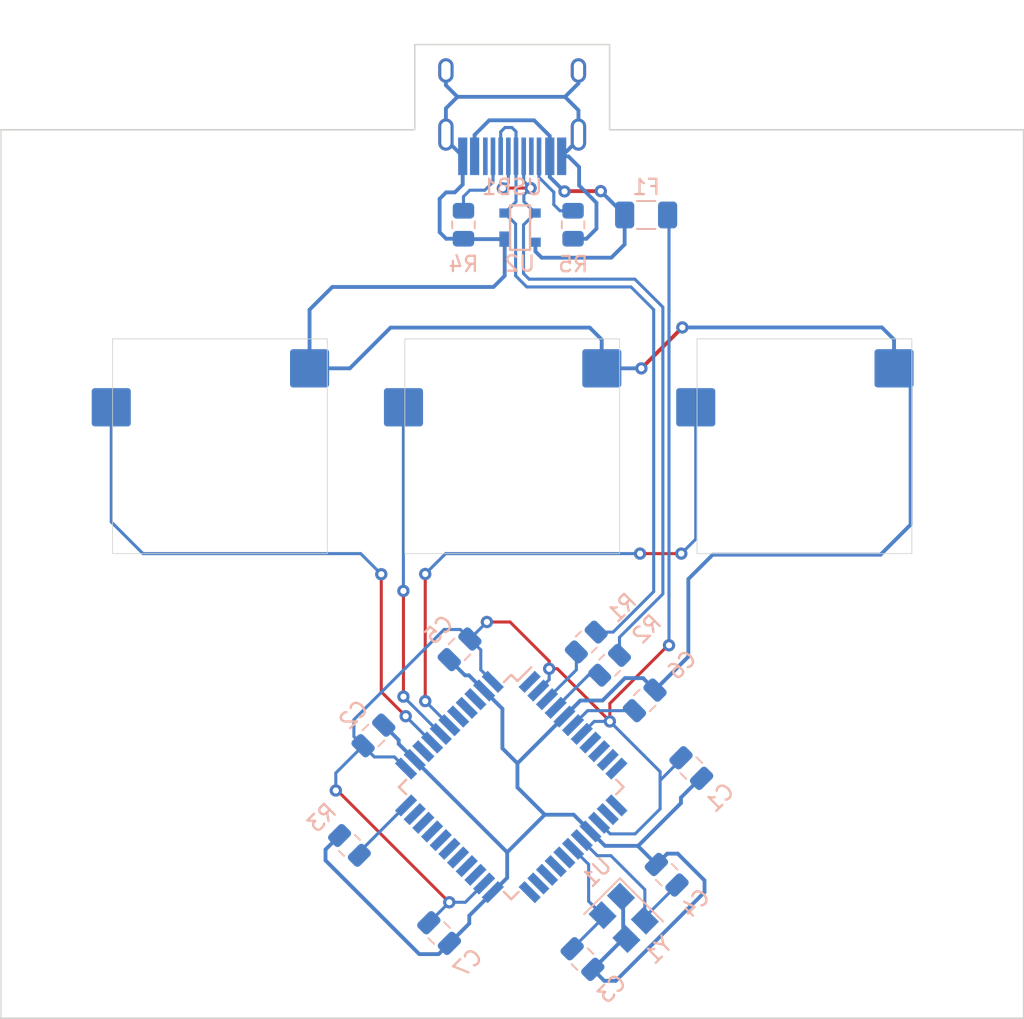
<source format=kicad_pcb>
(kicad_pcb (version 20211014) (generator pcbnew)
  (layers (0 "F.Cu" signal) (31 "B.Cu" signal) (34 "B.Paste" user) (35 "F.Paste" user) (36 "B.SilkS" user "B.Silkscreen") (37 "F.SilkS" user "F.Silkscreen") (38 "B.Mask" user) (39 "F.Mask" user) (44 "Edge.Cuts" user))
  (net 0 "")
  (net 1 "GND")
  (net 2 "+5V")
  (net 3 "Net-(C6-Pad2)")
  (net 5 "VCC")
  (net 6 "COL0")
  (net 7 "COL1")
  (net 8 "COL2")
  (net 9 "D-")
  (net 10 "Net-(R1-Pad2)")
  (net 16 "Net-(R2-Pad1)")
  (net 17 "D+")
  (net 18 "Net-(R3-Pad1)")
  (net 19 "Net-(R5-Pad2)")
  (net 25 "Net-(R4-Pad2)")
  (net 35 "Net-(C3-Pad2)")
  (net 36 "Net-(C4-Pad2)")
  (footprint "MX_Hotswap:MX-Hotswap-1U" (layer "F.Cu") (at 134.9375 80.16875)
    (fp_text reference "SW2")
    (fp_text value "SW_Push")
    (pad "" np_thru_hole circle (at 2.54 -5.08) (size 3 3) (drill 3) (layers F&B.Cu *.Mask))
    (pad "" np_thru_hole circle (at -3.81 -2.54) (size 3 3) (drill 3) (layers F&B.Cu *.Mask))
    (pad "" np_thru_hole circle (at 0 0) (size 3.9878 3.9878) (drill 3.9878) (layers F&B.Cu *.Mask))
    (pad "" np_thru_hole circle (at 5.08 0 48.099) (size 1.7018 1.7018) (drill 1.7018) (layers F&B.Cu *.Mask))
    (pad "" np_thru_hole circle (at -5.08 0 48.099) (size 1.7018 1.7018) (drill 1.7018) (layers F&B.Cu *.Mask))
    (pad "1" smd roundrect (at -7.085 -2.54) (size 2.55 2.5) (layers "B.Cu" "B.Paste" "B.Mask") (roundrect_rratio 0.08) (net 7 "COL1"))
    (pad "2" smd roundrect (at 5.842 -5.08) (size 2.55 2.5) (layers "B.Cu" "B.Paste" "B.Mask") (roundrect_rratio 0.08) (net 1 "GND"))
  )
  (footprint "MX_Hotswap:MX-Hotswap-1U" (layer "F.Cu") (at 115.8875 80.16875)
    (fp_text reference "SW1")
    (fp_text value "SW_Push")
    (pad "" np_thru_hole circle (at -3.81 -2.54) (size 3 3) (drill 3) (layers F&B.Cu *.Mask))
    (pad "" np_thru_hole circle (at 2.54 -5.08) (size 3 3) (drill 3) (layers F&B.Cu *.Mask))
    (pad "" np_thru_hole circle (at 0 0) (size 3.9878 3.9878) (drill 3.9878) (layers F&B.Cu *.Mask))
    (pad "" np_thru_hole circle (at 5.08 0 48.099) (size 1.7018 1.7018) (drill 1.7018) (layers F&B.Cu *.Mask))
    (pad "" np_thru_hole circle (at -5.08 0 48.099) (size 1.7018 1.7018) (drill 1.7018) (layers F&B.Cu *.Mask))
    (pad "1" smd roundrect (at -7.085 -2.54) (size 2.55 2.5) (layers "B.Cu" "B.Paste" "B.Mask") (roundrect_rratio 0.08) (net 6 "COL0"))
    (pad "2" smd roundrect (at 5.842 -5.08) (size 2.55 2.5) (layers "B.Cu" "B.Paste" "B.Mask") (roundrect_rratio 0.08) (net 1 "GND"))
  )
  (footprint "MX_Hotswap:MX-Hotswap-1U" (layer "F.Cu") (at 153.9875 80.16875)
    (fp_text reference "SW3")
    (fp_text value "SW_Push")
    (pad "" np_thru_hole circle (at 2.54 -5.08) (size 3 3) (drill 3) (layers F&B.Cu *.Mask))
    (pad "" np_thru_hole circle (at -5.08 0 48.099) (size 1.7018 1.7018) (drill 1.7018) (layers F&B.Cu *.Mask))
    (pad "" np_thru_hole circle (at 5.08 0 48.099) (size 1.7018 1.7018) (drill 1.7018) (layers F&B.Cu *.Mask))
    (pad "" np_thru_hole circle (at -3.81 -2.54) (size 3 3) (drill 3) (layers F&B.Cu *.Mask))
    (pad "" np_thru_hole circle (at 0 0) (size 3.9878 3.9878) (drill 3.9878) (layers F&B.Cu *.Mask))
    (pad "1" smd roundrect (at -7.085 -2.54) (size 2.55 2.5) (layers "B.Cu" "B.Paste" "B.Mask") (roundrect_rratio 0.08) (net 8 "COL2"))
    (pad "2" smd roundrect (at 5.842 -5.08) (size 2.55 2.5) (layers "B.Cu" "B.Paste" "B.Mask") (roundrect_rratio 0.08) (net 1 "GND"))
  )
  (footprint "Capacitor_SMD:C_0805_2012Metric" (layer "B.Cu") (at 143.576758 96.745508 -135)
    (fp_text reference "C6" (at -3.356106 -0.085018 45) (layer "B.SilkS") (effects (justify mirror)))
    (fp_text value "1uF")
    (fp_line (start -0.261252 -0.735) (end 0.261252 -0.735) (layer "B.SilkS") (width 0.12))
    (fp_line (start -0.261252 0.735) (end 0.261252 0.735) (layer "B.SilkS") (width 0.12))
    (pad "1" smd roundrect (at -0.95 0 225) (size 1 1.45) (layers "B.Cu" "B.Paste" "B.Mask") (net 1 "GND"))
    (pad "2" smd roundrect (at 0.95 0 225) (size 1 1.45) (layers "B.Cu" "B.Paste" "B.Mask") (net 3 "Net-(C6-Pad2)"))
  )
  (footprint "Type-C:HRO-TYPE-C-31-M-12-HandSoldering" (layer "B.Cu") (at 134.9375 53.065)
    (fp_text reference "USB1" (at 0 10.2 180) (layer "B.SilkS") (effects (justify mirror)))
    (fp_text value "HRO-TYPE-C-31-M-12")
    (pad "" np_thru_hole circle locked (at -2.89 6.25) (size 0.65 0.65) (drill 0.65) (layers *.Cu *.Mask))
    (pad "" np_thru_hole circle locked (at 2.89 6.25) (size 0.65 0.65) (drill 0.65) (layers *.Cu *.Mask))
    (pad "1" smd rect locked (at -3.225 8.195) (size 0.6 2.45) (layers "B.Cu" "B.Paste" "B.Mask") (net 1 "GND"))
    (pad "2" smd rect locked (at -2.45 8.195) (size 0.6 2.45) (layers "B.Cu" "B.Paste" "B.Mask") (net 5 "VCC"))
    (pad "3" smd rect locked (at -1.75 8.195) (size 0.3 2.45) (layers "B.Cu" "B.Paste" "B.Mask"))
    (pad "4" smd rect locked (at -1.25 8.195) (size 0.3 2.45) (layers "B.Cu" "B.Paste" "B.Mask") (net 25 "Net-(R4-Pad2)"))
    (pad "5" smd rect locked (at -0.75 8.195) (size 0.3 2.45) (layers "B.Cu" "B.Paste" "B.Mask") (net 9 "D-"))
    (pad "6" smd rect locked (at -0.25 8.195) (size 0.3 2.45) (layers "B.Cu" "B.Paste" "B.Mask") (net 17 "D+"))
    (pad "7" smd rect locked (at 0.25 8.195) (size 0.3 2.45) (layers "B.Cu" "B.Paste" "B.Mask") (net 9 "D-"))
    (pad "8" smd rect locked (at 0.75 8.195) (size 0.3 2.45) (layers "B.Cu" "B.Paste" "B.Mask") (net 17 "D+"))
    (pad "9" smd rect locked (at 1.25 8.195) (size 0.3 2.45) (layers "B.Cu" "B.Paste" "B.Mask"))
    (pad "10" smd rect locked (at 1.75 8.195) (size 0.3 2.45) (layers "B.Cu" "B.Paste" "B.Mask") (net 19 "Net-(R5-Pad2)"))
    (pad "11" smd rect locked (at 2.45 8.195) (size 0.6 2.45) (layers "B.Cu" "B.Paste" "B.Mask") (net 5 "VCC"))
    (pad "12" smd rect locked (at 3.225 8.195) (size 0.6 2.45) (layers "B.Cu" "B.Paste" "B.Mask") (net 1 "GND"))
    (pad "13" thru_hole oval locked (at -4.32 2.6) (size 1 1.6) (drill oval 0.6 1.2) (layers *.Cu "F.Mask") (net 1 "GND"))
    (pad "13" thru_hole oval locked (at -4.32 6.78) (size 1 2.1) (drill oval 0.6 1.7) (layers *.Cu "F.Mask") (net 1 "GND"))
    (pad "13" thru_hole oval locked (at 4.32 6.78) (size 1 2.1) (drill oval 0.6 1.7) (layers *.Cu "F.Mask") (net 1 "GND"))
    (pad "13" thru_hole oval locked (at 4.32 2.6) (size 1 1.6) (drill oval 0.6 1.2) (layers *.Cu "F.Mask") (net 1 "GND"))
  )
  (footprint "random-keyboard-parts:SOT143B" (layer "B.Cu") (at 135.45 65.9125)
    (fp_text reference "U2" (at -0.0175 2.35125) (layer "B.SilkS") (effects (justify mirror)))
    (fp_text value "PRTR5V0U2X")
    (fp_line (start -0.65 1.45) (end -0.65 -1.45) (layer "B.SilkS") (width 0.15))
    (fp_line (start 0.65 1.45) (end -0.65 1.45) (layer "B.SilkS") (width 0.15))
    (fp_line (start -0.65 -1.45) (end 0.65 -1.45) (layer "B.SilkS") (width 0.15))
    (fp_line (start 0.65 1.45) (end 0.65 -1.45) (layer "B.SilkS") (width 0.15))
    (pad "1" smd rect locked (at -1 0.75 90) (size 1 0.7) (layers "B.Cu" "B.Paste" "B.Mask") (net 1 "GND"))
    (pad "2" smd rect locked (at -1 -0.95 90) (size 0.6 0.7) (layers "B.Cu" "B.Paste" "B.Mask") (net 9 "D-"))
    (pad "3" smd rect locked (at 1 -0.95 90) (size 0.6 0.7) (layers "B.Cu" "B.Paste" "B.Mask") (net 17 "D+"))
    (pad "4" smd rect locked (at 1 0.95 90) (size 0.6 0.7) (layers "B.Cu" "B.Paste" "B.Mask") (net 5 "VCC"))
  )
  (footprint "Resistor_SMD:R_0805_2012Metric" (layer "B.Cu") (at 124.331011 106.203287 135)
    (fp_text reference "R3" (at 2.546856 -0.000158 225) (layer "B.SilkS") (effects (justify mirror)))
    (fp_text value "10k")
    (fp_line (start -0.227064 -0.735) (end 0.227064 -0.735) (layer "B.SilkS") (width 0.12))
    (fp_line (start -0.227064 0.735) (end 0.227064 0.735) (layer "B.SilkS") (width 0.12))
    (pad "1" smd roundrect (at -0.9125 0 135) (size 1.025 1.4) (layers "B.Cu" "B.Paste" "B.Mask") (roundrect_rratio 0.243902439) (net 18 "Net-(R3-Pad1)"))
    (pad "2" smd roundrect (at 0.9125 0 135) (size 1.025 1.4) (layers "B.Cu" "B.Paste" "B.Mask") (roundrect_rratio 0.243902439) (net 1 "GND"))
  )
  (footprint "Resistor_SMD:R_0805_2012Metric" (layer "B.Cu") (at 131.7625 65.725 90)
    (fp_text reference "R4" (at -2.5675 0.00125 180) (layer "B.SilkS") (effects (justify mirror)))
    (fp_text value "5.1k")
    (fp_line (start -0.227064 -0.735) (end 0.227064 -0.735) (layer "B.SilkS") (width 0.12))
    (fp_line (start -0.227064 0.735) (end 0.227064 0.735) (layer "B.SilkS") (width 0.12))
    (pad "1" smd roundrect (at -0.9125 0 90) (size 1.025 1.4) (layers "B.Cu" "B.Paste" "B.Mask") (roundrect_rratio 0.243902439) (net 1 "GND"))
    (pad "2" smd roundrect (at 0.9125 0 90) (size 1.025 1.4) (layers "B.Cu" "B.Paste" "B.Mask") (roundrect_rratio 0.243902439) (net 25 "Net-(R4-Pad2)"))
  )
  (footprint "Fuse:Fuse_1206_3216Metric" (layer "B.Cu") (at 143.66875 65.0875 180)
    (fp_text reference "F1" (at 0 1.82) (layer "B.SilkS") (effects (justify mirror)))
    (fp_text value "500mA")
    (fp_line (start -0.602064 -0.91) (end 0.602064 -0.91) (layer "B.SilkS") (width 0.12))
    (fp_line (start -0.602064 0.91) (end 0.602064 0.91) (layer "B.SilkS") (width 0.12))
    (pad "1" smd roundrect (at -1.4 0 180) (size 1.25 1.75) (layers "B.Cu" "B.Paste" "B.Mask") (roundrect_rratio 0.2) (net 2 "+5V"))
    (pad "2" smd roundrect (at 1.4 0 180) (size 1.25 1.75) (layers "B.Cu" "B.Paste" "B.Mask") (roundrect_rratio 0.2) (net 5 "VCC"))
  )
  (footprint "Capacitor_SMD:C_0805_2012Metric" (layer "B.Cu") (at 139.520549 113.61465 135)
    (fp_text reference "C3" (at -2.727524 -0.01301 225) (layer "B.SilkS") (effects (justify mirror)))
    (fp_text value "22pF")
    (fp_line (start -0.261252 0.735) (end 0.261252 0.735) (layer "B.SilkS") (width 0.12))
    (fp_line (start -0.261252 -0.735) (end 0.261252 -0.735) (layer "B.SilkS") (width 0.12))
    (pad "1" smd roundrect (at -0.95 0 135) (size 1 1.45) (layers "B.Cu" "B.Paste" "B.Mask") (net 1 "GND"))
    (pad "2" smd roundrect (at 0.95 0 135) (size 1 1.45) (layers "B.Cu" "B.Paste" "B.Mask") (net 35 "Net-(C3-Pad2)"))
  )
  (footprint "Resistor_SMD:R_0805_2012Metric" (layer "B.Cu") (at 138.90625 65.725 90)
    (fp_text reference "R5" (at -2.5775 0.01375 180) (layer "B.SilkS") (effects (justify mirror)))
    (fp_text value "5.1k")
    (fp_line (start -0.227064 0.735) (end 0.227064 0.735) (layer "B.SilkS") (width 0.12))
    (fp_line (start -0.227064 -0.735) (end 0.227064 -0.735) (layer "B.SilkS") (width 0.12))
    (pad "1" smd roundrect (at -0.9125 0 90) (size 1.025 1.4) (layers "B.Cu" "B.Paste" "B.Mask") (roundrect_rratio 0.243902439) (net 1 "GND"))
    (pad "2" smd roundrect (at 0.9125 0 90) (size 1.025 1.4) (layers "B.Cu" "B.Paste" "B.Mask") (roundrect_rratio 0.243902439) (net 19 "Net-(R5-Pad2)"))
  )
  (footprint "Resistor_SMD:R_0805_2012Metric" (layer "B.Cu") (at 141.2875 94.45625 45)
    (fp_text reference "R2" (at 3.38439 0.041543 45) (layer "B.SilkS") (effects (justify mirror)))
    (fp_text value "22")
    (fp_line (start -0.227064 -0.735) (end 0.227064 -0.735) (layer "B.SilkS") (width 0.12))
    (fp_line (start -0.227064 0.735) (end 0.227064 0.735) (layer "B.SilkS") (width 0.12))
    (pad "1" smd roundrect (at -0.9125 0 45) (size 1.025 1.4) (layers "B.Cu" "B.Paste" "B.Mask") (roundrect_rratio 0.243902439) (net 16 "Net-(R2-Pad1)"))
    (pad "2" smd roundrect (at 0.9125 0 45) (size 1.025 1.4) (layers "B.Cu" "B.Paste" "B.Mask") (roundrect_rratio 0.243902439) (net 17 "D+"))
  )
  (footprint "Package_QFP:TQFP-44_10x10mm_P0.8mm" (layer "B.Cu") (at 134.875741 102.39375 -135)
    (fp_text reference "U1" (at -0.010967 -7.872226 -135) (layer "B.SilkS") (effects (justify mirror)))
    (fp_text value "ATmega32U4-A")
    (fp_line (start -5.175 5.175) (end -4.5 5.175) (layer "B.SilkS") (width 0.15))
    (fp_line (start -5.175 -5.175) (end -5.175 -4.5) (layer "B.SilkS") (width 0.15))
    (fp_line (start -5.175 4.6) (end -6.45 4.6) (layer "B.SilkS") (width 0.15))
    (fp_line (start -5.175 -5.175) (end -4.5 -5.175) (layer "B.SilkS") (width 0.15))
    (fp_line (start 5.175 5.175) (end 4.5 5.175) (layer "B.SilkS") (width 0.15))
    (fp_line (start 5.175 -5.175) (end 5.175 -4.5) (layer "B.SilkS") (width 0.15))
    (fp_line (start 5.175 -5.175) (end 4.5 -5.175) (layer "B.SilkS") (width 0.15))
    (fp_line (start -5.175 5.175) (end -5.175 4.6) (layer "B.SilkS") (width 0.15))
    (fp_line (start 5.175 5.175) (end 5.175 4.5) (layer "B.SilkS") (width 0.15))
    (pad "1" smd rect (at -5.7 4 225) (size 1.5 0.55) (layers "B.Cu" "B.Paste" "B.Mask"))
    (pad "2" smd rect (at -5.7 3.2 225) (size 1.5 0.55) (layers "B.Cu" "B.Paste" "B.Mask") (net 2 "+5V"))
    (pad "3" smd rect (at -5.7 2.4 225) (size 1.5 0.55) (layers "B.Cu" "B.Paste" "B.Mask") (net 10 "Net-(R1-Pad2)"))
    (pad "4" smd rect (at -5.7 1.6 225) (size 1.5 0.55) (layers "B.Cu" "B.Paste" "B.Mask") (net 16 "Net-(R2-Pad1)"))
    (pad "5" smd rect (at -5.7 0.8 225) (size 1.5 0.55) (layers "B.Cu" "B.Paste" "B.Mask") (net 1 "GND"))
    (pad "6" smd rect (at -5.7 0 225) (size 1.5 0.55) (layers "B.Cu" "B.Paste" "B.Mask") (net 3 "Net-(C6-Pad2)"))
    (pad "7" smd rect (at -5.7 -0.8 225) (size 1.5 0.55) (layers "B.Cu" "B.Paste" "B.Mask") (net 2 "+5V"))
    (pad "8" smd rect (at -5.7 -1.6 225) (size 1.5 0.55) (layers "B.Cu" "B.Paste" "B.Mask"))
    (pad "9" smd rect (at -5.7 -2.4 225) (size 1.5 0.55) (layers "B.Cu" "B.Paste" "B.Mask"))
    (pad "10" smd rect (at -5.7 -3.2 225) (size 1.5 0.55) (layers "B.Cu" "B.Paste" "B.Mask"))
    (pad "11" smd rect (at -5.7 -4 225) (size 1.5 0.55) (layers "B.Cu" "B.Paste" "B.Mask"))
    (pad "12" smd rect (at -4 -5.7 135) (size 1.5 0.55) (layers "B.Cu" "B.Paste" "B.Mask"))
    (pad "13" smd rect (at -3.2 -5.7 135) (size 1.5 0.55) (layers "B.Cu" "B.Paste" "B.Mask"))
    (pad "14" smd rect (at -2.4 -5.7 135) (size 1.5 0.55) (layers "B.Cu" "B.Paste" "B.Mask") (net 2 "+5V"))
    (pad "15" smd rect (at -1.6 -5.7 135) (size 1.5 0.55) (layers "B.Cu" "B.Paste" "B.Mask") (net 1 "GND"))
    (pad "16" smd rect (at -0.8 -5.7 135) (size 1.5 0.55) (layers "B.Cu" "B.Paste" "B.Mask") (net 36 "Net-(C4-Pad2)"))
    (pad "17" smd rect (at 0 -5.7 135) (size 1.5 0.55) (layers "B.Cu" "B.Paste" "B.Mask") (net 35 "Net-(C3-Pad2)"))
    (pad "18" smd rect (at 0.8 -5.7 135) (size 1.5 0.55) (layers "B.Cu" "B.Paste" "B.Mask"))
    (pad "19" smd rect (at 1.6 -5.7 135) (size 1.5 0.55) (layers "B.Cu" "B.Paste" "B.Mask"))
    (pad "20" smd rect (at 2.4 -5.7 135) (size 1.5 0.55) (layers "B.Cu" "B.Paste" "B.Mask"))
    (pad "21" smd rect (at 3.2 -5.7 135) (size 1.5 0.55) (layers "B.Cu" "B.Paste" "B.Mask"))
    (pad "22" smd rect (at 4 -5.7 135) (size 1.5 0.55) (layers "B.Cu" "B.Paste" "B.Mask"))
    (pad "23" smd rect (at 5.7 -4 225) (size 1.5 0.55) (layers "B.Cu" "B.Paste" "B.Mask") (net 1 "GND"))
    (pad "24" smd rect (at 5.7 -3.2 225) (size 1.5 0.55) (layers "B.Cu" "B.Paste" "B.Mask") (net 2 "+5V"))
    (pad "25" smd rect (at 5.7 -2.4 225) (size 1.5 0.55) (layers "B.Cu" "B.Paste" "B.Mask"))
    (pad "26" smd rect (at 5.7 -1.6 225) (size 1.5 0.55) (layers "B.Cu" "B.Paste" "B.Mask"))
    (pad "27" smd rect (at 5.7 -0.8 225) (size 1.5 0.55) (layers "B.Cu" "B.Paste" "B.Mask"))
    (pad "28" smd rect (at 5.7 0 225) (size 1.5 0.55) (layers "B.Cu" "B.Paste" "B.Mask"))
    (pad "29" smd rect (at 5.7 0.8 225) (size 1.5 0.55) (layers "B.Cu" "B.Paste" "B.Mask"))
    (pad "30" smd rect (at 5.7 1.6 225) (size 1.5 0.55) (layers "B.Cu" "B.Paste" "B.Mask"))
    (pad "31" smd rect (at 5.7 2.4 225) (size 1.5 0.55) (layers "B.Cu" "B.Paste" "B.Mask"))
    (pad "32" smd rect (at 5.7 3.2 225) (size 1.5 0.55) (layers "B.Cu" "B.Paste" "B.Mask"))
    (pad "33" smd rect (at 5.7 4 225) (size 1.5 0.55) (layers "B.Cu" "B.Paste" "B.Mask") (net 18 "Net-(R3-Pad1)"))
    (pad "34" smd rect (at 4 5.7 135) (size 1.5 0.55) (layers "B.Cu" "B.Paste" "B.Mask") (net 2 "+5V"))
    (pad "35" smd rect (at 3.2 5.7 135) (size 1.5 0.55) (layers "B.Cu" "B.Paste" "B.Mask") (net 1 "GND"))
    (pad "36" smd rect (at 2.4 5.7 135) (size 1.5 0.55) (layers "B.Cu" "B.Paste" "B.Mask"))
    (pad "37" smd rect (at 1.6 5.7 135) (size 1.5 0.55) (layers "B.Cu" "B.Paste" "B.Mask") (net 6 "COL0"))
    (pad "38" smd rect (at 0.8 5.7 135) (size 1.5 0.55) (layers "B.Cu" "B.Paste" "B.Mask") (net 7 "COL1"))
    (pad "39" smd rect (at 0 5.7 135) (size 1.5 0.55) (layers "B.Cu" "B.Paste" "B.Mask") (net 8 "COL2"))
    (pad "40" smd rect (at -0.8 5.7 135) (size 1.5 0.55) (layers "B.Cu" "B.Paste" "B.Mask"))
    (pad "41" smd rect (at -1.6 5.7 135) (size 1.5 0.55) (layers "B.Cu" "B.Paste" "B.Mask"))
    (pad "42" smd rect (at -2.4 5.7 135) (size 1.5 0.55) (layers "B.Cu" "B.Paste" "B.Mask"))
    (pad "43" smd rect (at -3.2 5.7 135) (size 1.5 0.55) (layers "B.Cu" "B.Paste" "B.Mask") (net 1 "GND"))
    (pad "44" smd rect (at -4 5.7 135) (size 1.5 0.55) (layers "B.Cu" "B.Paste" "B.Mask") (net 2 "+5V"))
  )
  (footprint "Resistor_SMD:R_0805_2012Metric" (layer "B.Cu") (at 139.76722 92.93597 -135)
    (fp_text reference "R1" (at -3.221755 -0.063152 45) (layer "B.SilkS") (effects (justify mirror)))
    (fp_text value "22")
    (fp_line (start -0.227064 -0.735) (end 0.227064 -0.735) (layer "B.SilkS") (width 0.12))
    (fp_line (start -0.227064 0.735) (end 0.227064 0.735) (layer "B.SilkS") (width 0.12))
    (pad "1" smd roundrect (at -0.9125 0 225) (size 1.025 1.4) (layers "B.Cu" "B.Paste" "B.Mask") (roundrect_rratio 0.243902439) (net 9 "D-"))
    (pad "2" smd roundrect (at 0.9125 0 225) (size 1.025 1.4) (layers "B.Cu" "B.Paste" "B.Mask") (roundrect_rratio 0.243902439) (net 10 "Net-(R1-Pad2)"))
  )
  (footprint "Capacitor_SMD:C_0805_2012Metric" (layer "B.Cu") (at 125.891066 99.030573 45)
    (fp_text reference "C2" (at 0.047381 -1.859082 45) (layer "B.SilkS") (effects (justify mirror)))
    (fp_text value "0.1uF")
    (fp_line (start -0.261252 -0.735) (end 0.261252 -0.735) (layer "B.SilkS") (width 0.12))
    (fp_line (start -0.261252 0.735) (end 0.261252 0.735) (layer "B.SilkS") (width 0.12))
    (pad "1" smd roundrect (at -0.95 0 45) (size 1 1.45) (layers "B.Cu" "B.Paste" "B.Mask") (net 2 "+5V"))
    (pad "2" smd roundrect (at 0.95 0 45) (size 1 1.45) (layers "B.Cu" "B.Paste" "B.Mask") (net 1 "GND"))
  )
  (footprint "Capacitor_SMD:C_0805_2012Metric" (layer "B.Cu") (at 130.175 111.91875 -45)
    (fp_text reference "C7" (at 2.721477 0.055685 -135) (layer "B.SilkS") (effects (justify mirror)))
    (fp_text value "10uF")
    (fp_line (start -0.261252 -0.735) (end 0.261252 -0.735) (layer "B.SilkS") (width 0.12))
    (fp_line (start -0.261252 0.735) (end 0.261252 0.735) (layer "B.SilkS") (width 0.12))
    (pad "1" smd roundrect (at -0.95 0 315) (size 1 1.45) (layers "B.Cu" "B.Paste" "B.Mask") (net 2 "+5V"))
    (pad "2" smd roundrect (at 0.95 0 315) (size 1 1.45) (layers "B.Cu" "B.Paste" "B.Mask") (net 1 "GND"))
  )
  (footprint "Capacitor_SMD:C_0805_2012Metric" (layer "B.Cu") (at 131.508145 93.413494 -135)
    (fp_text reference "C5" (at 0.054554 1.852011 45) (layer "B.SilkS") (effects (justify mirror)))
    (fp_text value "0.1uF")
    (fp_line (start -0.261252 0.735) (end 0.261252 0.735) (layer "B.SilkS") (width 0.12))
    (fp_line (start -0.261252 -0.735) (end 0.261252 -0.735) (layer "B.SilkS") (width 0.12))
    (pad "1" smd roundrect (at -0.95 0 225) (size 1 1.45) (layers "B.Cu" "B.Paste" "B.Mask") (net 2 "+5V"))
    (pad "2" smd roundrect (at 0.95 0 225) (size 1 1.45) (layers "B.Cu" "B.Paste" "B.Mask") (net 1 "GND"))
  )
  (footprint "Capacitor_SMD:C_0805_2012Metric" (layer "B.Cu") (at 145.009465 108.116895 -45)
    (fp_text reference "C4" (at 2.64185 -0.017628 45) (layer "B.SilkS") (effects (justify mirror)))
    (fp_text value "22pF")
    (fp_line (start -0.261252 0.735) (end 0.261252 0.735) (layer "B.SilkS") (width 0.12))
    (fp_line (start -0.261252 -0.735) (end 0.261252 -0.735) (layer "B.SilkS") (width 0.12))
    (pad "1" smd roundrect (at -0.95 0 315) (size 1 1.45) (layers "B.Cu" "B.Paste" "B.Mask") (net 1 "GND"))
    (pad "2" smd roundrect (at 0.95 0 315) (size 1 1.45) (layers "B.Cu" "B.Paste" "B.Mask") (net 36 "Net-(C4-Pad2)"))
  )
  (footprint "Crystal:Crystal_SMD_3225-4Pin_3.2x2.5mm" (layer "B.Cu") (at 142.207555 110.927645 -45)
    (fp_text reference "Y1" (at 3.095219 -0.118504 45) (layer "B.SilkS") (effects (justify mirror)))
    (fp_text value "16Mhz")
    (fp_line (start -2 1.65) (end -2 -1.65) (layer "B.SilkS") (width 0.12))
    (fp_line (start -2 -1.65) (end 2 -1.65) (layer "B.SilkS") (width 0.12))
    (pad "1" smd rect (at -1.1 -0.85 315) (size 1.4 1.2) (layers "B.Cu" "B.Paste" "B.Mask") (net 1 "GND"))
    (pad "2" smd rect (at 1.1 -0.85 315) (size 1.4 1.2) (layers "B.Cu" "B.Paste" "B.Mask") (net 36 "Net-(C4-Pad2)"))
    (pad "3" smd rect (at 1.1 0.85 315) (size 1.4 1.2) (layers "B.Cu" "B.Paste" "B.Mask") (net 1 "GND"))
    (pad "4" smd rect (at -1.1 0.85 315) (size 1.4 1.2) (layers "B.Cu" "B.Paste" "B.Mask") (net 35 "Net-(C3-Pad2)"))
  )
  (footprint "Capacitor_SMD:C_0805_2012Metric" (layer "B.Cu") (at 146.613941 101.158058 -45)
    (fp_text reference "C1" (at 2.671804 0.044194 45) (layer "B.SilkS") (effects (justify mirror)))
    (fp_text value "0.1uF")
    (fp_line (start -0.261252 0.735) (end 0.261252 0.735) (layer "B.SilkS") (width 0.12))
    (fp_line (start -0.261252 -0.735) (end 0.261252 -0.735) (layer "B.SilkS") (width 0.12))
    (pad "1" smd roundrect (at -0.95 0 315) (size 1 1.45) (layers "B.Cu" "B.Paste" "B.Mask") (net 2 "+5V"))
    (pad "2" smd roundrect (at 0.95 0 315) (size 1 1.45) (layers "B.Cu" "B.Paste" "B.Mask") (net 1 "GND"))
  )
  (gr_line (start 101.6 59.53125) (end 101.6 117.475) (layer "Edge.Cuts") (width 0.1))
  (gr_line (start 146.9875 73.16875) (end 146.9875 87.16875) (layer "Edge.Cuts") (width 0.05))
  (gr_line (start 101.6 117.475) (end 168.275 117.475) (layer "Edge.Cuts") (width 0.1))
  (gr_line (start 101.6 59.53125) (end 128.5875 59.53125) (layer "Edge.Cuts") (width 0.1))
  (gr_line (start 141.9375 87.16875) (end 127.9375 87.16875) (layer "Edge.Cuts") (width 0.05))
  (gr_line (start 160.9875 73.16875) (end 160.9875 87.16875) (layer "Edge.Cuts") (width 0.05))
  (gr_line (start 122.8875 87.16875) (end 108.8875 87.16875) (layer "Edge.Cuts") (width 0.05))
  (gr_line (start 108.8875 87.16875) (end 108.8875 73.16875) (layer "Edge.Cuts") (width 0.05))
  (gr_line (start 108.8875 73.16875) (end 122.8875 73.16875) (layer "Edge.Cuts") (width 0.05))
  (gr_line (start 122.8875 73.16875) (end 122.8875 87.16875) (layer "Edge.Cuts") (width 0.05))
  (gr_line (start 160.9875 73.16875) (end 146.9875 73.16875) (layer "Edge.Cuts") (width 0.05))
  (gr_line (start 128.5875 59.53125) (end 128.5875 53.975) (layer "Edge.Cuts") (width 0.1))
  (gr_line (start 141.9375 73.16875) (end 141.9375 87.16875) (layer "Edge.Cuts") (width 0.05))
  (gr_line (start 168.275 59.53125) (end 141.2875 59.53125) (layer "Edge.Cuts") (width 0.1))
  (gr_line (start 160.9875 87.16875) (end 146.9875 87.16875) (layer "Edge.Cuts") (width 0.05))
  (gr_line (start 168.275 59.53125) (end 168.275 117.475) (layer "Edge.Cuts") (width 0.1))
  (gr_line (start 127.9375 73.16875) (end 127.9375 87.16875) (layer "Edge.Cuts") (width 0.05))
  (gr_line (start 141.2875 53.975) (end 128.5875 53.975) (layer "Edge.Cuts") (width 0.1))
  (gr_line (start 141.9375 73.16875) (end 127.9375 73.16875) (layer "Edge.Cuts") (width 0.05))
  (gr_line (start 141.2875 59.53125) (end 141.2875 53.975) (layer "Edge.Cuts") (width 0.1))
  (segment (start 146.03 72.4225) (end 143.36 75.0925) (width 0.25) (layer "F.Cu") (net 1))
  (via (at 143.36 75.0925) (size 0.8) (drill 0.4) (layers "F.Cu" "B.Cu") (net 1))
  (via (at 146.03 72.4225) (size 0.8) (drill 0.4) (layers "F.Cu" "B.Cu") (net 1))
  (segment (start 127.54 99.583492) (end 128.582491 100.625983) (width 0.25) (layer "B.Cu") (net 1))
  (segment (start 130.846751 112.590501) (end 132.14 111.297252) (width 0.25) (layer "B.Cu") (net 1))
  (segment (start 131.2 63.6125) (end 130.63 63.6125) (width 0.25) (layer "B.Cu") (net 1))
  (segment (start 135.28 102.421508) (end 135.28 100.8525) (width 0.25) (layer "B.Cu") (net 1))
  (segment (start 130.836394 94.085245) (end 131.863649 95.1125) (width 0.25) (layer "B.Cu") (net 1))
  (segment (start 126.562817 98.358822) (end 127.54 99.336005) (width 0.25) (layer "B.Cu") (net 1))
  (segment (start 143.36 75.0925) (end 143.35625 75.08875) (width 0.25) (layer "B.Cu") (net 1))
  (segment (start 143.15 106.2325) (end 145.94 103.4425) (width 0.25) (layer "B.Cu") (net 1))
  (segment (start 138.1625 60.94) (end 138.1625 61.26) (width 0.25) (layer "B.Cu") (net 1))
  (segment (start 141.691367 115.035935) (end 140.941834 115.035935) (width 0.25) (layer "B.Cu") (net 1))
  (segment (start 147.4755 109.251802) (end 141.691367 115.035935) (width 0.25) (layer "B.Cu") (net 1))
  (segment (start 130.6175 59.845) (end 130.6175 60.165) (width 0.25) (layer "B.Cu") (net 1))
  (segment (start 127.54 99.336005) (end 127.54 99.583492) (width 0.25) (layer "B.Cu") (net 1))
  (segment (start 121.7295 71.263) (end 121.7295 75.08875) (width 0.25) (layer "B.Cu") (net 1))
  (segment (start 140.829762 96.752738) (end 142.29 95.2925) (width 0.25) (layer "B.Cu") (net 1))
  (segment (start 144.248509 96.063991) (end 146.42 93.8925) (width 0.25) (layer "B.Cu") (net 1))
  (segment (start 124.34625 75.08875) (end 124.35 75.0925) (width 0.25) (layer "B.Cu") (net 1))
  (segment (start 132.14 111.297252) (end 132.14 110.786345) (width 0.25) (layer "B.Cu") (net 1))
  (segment (start 145.728947 106.741572) (end 147.4755 108.488126) (width 0.25) (layer "B.Cu") (net 1))
  (segment (start 139.775 66.6375) (end 138.90625 66.6375) (width 0.25) (layer "B.Cu") (net 1))
  (segment (start 135.28 100.8525) (end 134.3 99.8725) (width 0.25) (layer "B.Cu") (net 1))
  (segment (start 145.94 103.0825) (end 147.192691 101.829809) (width 0.25) (layer "B.Cu") (net 1))
  (segment (start 140.77325 73.21575) (end 140.77325 75.08875) (width 0.25) (layer "B.Cu") (net 1))
  (segment (start 142.384331 112.306503) (end 142.172199 112.094371) (width 0.25) (layer "B.Cu") (net 1))
  (segment (start 122.77 107.1825) (end 122.77 106.473828) (width 0.25) (layer "B.Cu") (net 1))
  (segment (start 132.119974 95.1125) (end 133.107974 96.1005) (width 0.25) (layer "B.Cu") (net 1))
  (segment (start 145.94 103.4425) (end 145.94 103.0825) (width 0.25) (layer "B.Cu") (net 1))
  (segment (start 130.21 64.0325) (end 130.21 66.2125) (width 0.25) (layer "B.Cu") (net 1))
  (segment (start 142.172199 112.306503) (end 142.384331 112.306503) (width 0.25) (layer "B.Cu") (net 1))
  (segment (start 134.45 69.0525) (end 133.72 69.7825) (width 0.25) (layer "B.Cu") (net 1))
  (segment (start 130.846751 112.590501) (end 130.144752 113.2925) (width 0.25) (layer "B.Cu") (net 1))
  (segment (start 138.947233 104.2025) (end 140.037621 105.292888) (width 0.25) (layer "B.Cu") (net 1))
  (segment (start 128.88 113.2925) (end 122.77 107.1825) (width 0.25) (layer "B.Cu") (net 1))
  (segment (start 145.041285 106.741572) (end 145.728947 106.741572) (width 0.25) (layer "B.Cu") (net 1))
  (segment (start 133.72 69.7825) (end 123.21 69.7825) (width 0.25) (layer "B.Cu") (net 1))
  (segment (start 142.030778 109.548786) (end 142.234071 109.548786) (width 0.25) (layer "B.Cu") (net 1))
  (segment (start 147.4755 108.488126) (end 147.4755 109.251802) (width 0.25) (layer "B.Cu") (net 1))
  (segment (start 134.45 66.6625) (end 134.45 69.0525) (width 0.25) (layer "B.Cu") (net 1))
  (segment (start 134.61 106.653492) (end 134.61 108.316345) (width 0.25) (layer "B.Cu") (net 1))
  (segment (start 139.385382 96.752738) (end 140.829762 96.752738) (width 0.25) (layer "B.Cu") (net 1))
  (segment (start 160.91 76.16925) (end 159.8295 75.08875) (width 0.25) (layer "B.Cu") (net 1))
  (segment (start 137.060992 104.2025) (end 138.947233 104.2025) (width 0.25) (layer "B.Cu") (net 1))
  (segment (start 131.7625 66.6375) (end 131.7875 66.6625) (width 0.25) (layer "B.Cu") (net 1))
  (segment (start 130.6175 56.63) (end 131.37 57.3825) (width 0.25) (layer "B.Cu") (net 1))
  (segment (start 134.3 97.292526) (end 133.107974 96.1005) (width 0.25) (layer "B.Cu") (net 1))
  (segment (start 158.95 87.2425) (end 160.91 85.2825) (width 0.25) (layer "B.Cu") (net 1))
  (segment (start 140.050388 105.292888) (end 140.99 106.2325) (width 0.25) (layer "B.Cu") (net 1))
  (segment (start 147.192691 101.829809) (end 147.285692 101.829809) (width 0.25) (layer "B.Cu") (net 1))
  (segment (start 130.6175 58.135) (end 130.6175 59.845) (width 0.25) (layer "B.Cu") (net 1))
  (segment (start 142.172199 109.690208) (end 142.030778 109.548786) (width 0.25) (layer "B.Cu") (net 1))
  (segment (start 130.63 63.6125) (end 130.21 64.0325) (width 0.25) (layer "B.Cu") (net 1))
  (segment (start 134.3 99.8725) (end 134.3 97.292526) (width 0.25) (layer "B.Cu") (net 1))
  (segment (start 132.14 110.786345) (end 133.673659 109.252686) (width 0.25) (layer "B.Cu") (net 1))
  (segment (start 139.2575 58.26) (end 138.38 57.3825) (width 0.25) (layer "B.Cu") (net 1))
  (segment (start 146.42 88.8325) (end 148.01 87.2425) (width 0.25) (layer "B.Cu") (net 1))
  (segment (start 160.91 85.2825) (end 160.91 76.16925) (width 0.25) (layer "B.Cu") (net 1))
  (segment (start 139.2575 59.845) (end 139.2575 58.26) (width 0.25) (layer "B.Cu") (net 1))
  (segment (start 139.2575 60.165) (end 138.1625 61.26) (width 0.25) (layer "B.Cu") (net 1))
  (segment (start 131.863649 95.1125) (end 132.119974 95.1125) (width 0.25) (layer "B.Cu") (net 1))
  (segment (start 128.582491 100.625983) (end 134.61 106.653492) (width 0.25) (layer "B.Cu") (net 1))
  (segment (start 144.337714 107.445144) (end 145.041285 106.741572) (width 0.25) (layer "B.Cu") (net 1))
  (segment (start 146.42 93.8925) (end 146.42 88.8325) (width 0.25) (layer "B.Cu") (net 1))
  (segment (start 139.3 61.9625) (end 139.3 63.1625) (width 0.25) (layer "B.Cu") (net 1))
  (segment (start 140.43 65.9825) (end 139.775 66.6375) (width 0.25) (layer "B.Cu") (net 1))
  (segment (start 138.1625 61.26) (end 138.5975 61.26) (width 0.25) (layer "B.Cu") (net 1))
  (segment (start 140.037621 105.292888) (end 140.050388 105.292888) (width 0.25) (layer "B.Cu") (net 1))
  (segment (start 143.35625 75.08875) (end 140.77325 75.08875) (width 0.25) (layer "B.Cu") (net 1))
  (segment (start 131.7125 63.1) (end 131.2 63.6125) (width 0.25) (layer "B.Cu") (net 1))
  (segment (start 137.060992 104.2025) (end 135.28 102.421508) (width 0.25) (layer "B.Cu") (net 1))
  (segment (start 130.6175 55.665) (end 130.6175 56.63) (width 0.25) (layer "B.Cu") (net 1))
  (segment (start 130.6175 60.165) (end 131.7125 61.26) (width 0.25) (layer "B.Cu") (net 1))
  (segment (start 134.61 106.653492) (end 137.060992 104.2025) (width 0.25) (layer "B.Cu") (net 1))
  (segment (start 140.941834 115.035935) (end 140.1923 114.286402) (width 0.25) (layer "B.Cu") (net 1))
  (segment (start 138.5975 61.26) (end 139.3 61.9625) (width 0.25) (layer "B.Cu") (net 1))
  (segment (start 140.43 64.2925) (end 140.43 65.9825) (width 0.25) (layer "B.Cu") (net 1))
  (segment (start 131.7875 66.6625) (end 134.45 66.6625) (width 0.25) (layer "B.Cu") (net 1))
  (segment (start 146.03 72.4225) (end 159.04 72.4225) (width 0.25) (layer "B.Cu") (net 1))
  (segment (start 139.2575 56.505) (end 138.38 57.3825) (width 0.25) (layer "B.Cu") (net 1))
  (segment (start 139.2575 55.665) (end 139.2575 56.505) (width 0.25) (layer "B.Cu") (net 1))
  (segment (start 159.8295 73.212) (end 159.8295 75.08875) (width 0.25) (layer "B.Cu") (net 1))
  (segment (start 127.01 72.4325) (end 139.99 72.4325) (width 0.25) (layer "B.Cu") (net 1))
  (segment (start 123.21 69.7825) (end 121.7295 71.263) (width 0.25) (layer "B.Cu") (net 1))
  (segment (start 159.04 72.4225) (end 159.8295 73.212) (width 0.25) (layer "B.Cu") (net 1))
  (segment (start 142.29 95.2925) (end 143.467253 95.2925) (width 0.25) (layer "B.Cu") (net 1))
  (segment (start 138.38 57.3825) (end 131.37 57.3825) (width 0.25) (layer "B.Cu") (net 1))
  (segment (start 139.2575 58.81) (end 139.2575 59.845) (width 0.25) (layer "B.Cu") (net 1))
  (segment (start 142.172199 112.094371) (end 142.172199 109.690208) (width 0.25) (layer "B.Cu") (net 1))
  (segment (start 134.61 108.316345) (end 133.673659 109.252686) (width 0.25) (layer "B.Cu") (net 1))
  (segment (start 138.340564 97.797556) (end 139.385382 96.752738) (width 0.25) (layer "B.Cu") (net 1))
  (segment (start 140.99 106.2325) (end 143.12507 106.2325) (width 0.25) (layer "B.Cu") (net 1))
  (segment (start 130.144752 113.2925) (end 128.88 113.2925) (width 0.25) (layer "B.Cu") (net 1))
  (segment (start 139.99 72.4325) (end 140.77325 73.21575) (width 0.25) (layer "B.Cu") (net 1))
  (segment (start 127.01 72.4325) (end 124.35 75.0925) (width 0.25) (layer "B.Cu") (net 1))
  (segment (start 131.37 57.3825) (end 130.6175 58.135) (width 0.25) (layer "B.Cu") (net 1))
  (segment (start 143.467253 95.2925) (end 144.248509 96.073756) (width 0.25) (layer "B.Cu") (net 1))
  (segment (start 138.334944 97.797556) (end 138.340564 97.797556) (width 0.25) (layer "B.Cu") (net 1))
  (segment (start 130.635 66.6375) (end 131.7625 66.6375) (width 0.25) (layer "B.Cu") (net 1))
  (segment (start 143.12507 106.2325) (end 144.337714 107.445144) (width 0.25) (layer "B.Cu") (net 1))
  (segment (start 144.248509 96.073757) (end 144.248509 96.063991) (width 0.25) (layer "B.Cu") (net 1))
  (segment (start 139.3 63.1625) (end 140.43 64.2925) (width 0.25) (layer "B.Cu") (net 1))
  (segment (start 131.7125 61.26) (end 131.7125 63.1) (width 0.25) (layer "B.Cu") (net 1))
  (segment (start 148.01 87.2425) (end 158.95 87.2425) (width 0.25) (layer "B.Cu") (net 1))
  (segment (start 135.28 100.8525) (end 138.334944 97.797556) (width 0.25) (layer "B.Cu") (net 1))
  (segment (start 121.7295 75.08875) (end 124.34625 75.08875) (width 0.25) (layer "B.Cu") (net 1))
  (segment (start 130.21 66.2125) (end 130.635 66.6375) (width 0.25) (layer "B.Cu") (net 1))
  (segment (start 122.77 106.473828) (end 123.685776 105.558052) (width 0.25) (layer "B.Cu") (net 1))
  (segment (start 139.2575 59.845) (end 139.2575 60.165) (width 0.25) (layer "B.Cu") (net 1))
  (segment (start 140.1923 114.286402) (end 142.172199 112.306503) (width 0.25) (layer "B.Cu") (net 1))
  (segment (start 141.304259 98.116759) (end 141.304259 96.948241) (width 0.2) (layer "F.Cu") (net 2))
  (segment (start 130.83 109.9125) (end 130.837748 109.9125) (width 0.2) (layer "F.Cu") (net 2))
  (segment (start 123.44 102.6225) (end 123.54 102.6225) (width 0.2) (layer "F.Cu") (net 2))
  (segment (start 141.304259 98.106759) (end 141.304259 98.116759) (width 0.2) (layer "F.Cu") (net 2))
  (segment (start 123.54 102.6225) (end 130.83 109.9125) (width 0.2) (layer "F.Cu") (net 2))
  (segment (start 141.304259 96.948241) (end 145.1 93.1525) (width 0.2) (layer "F.Cu") (net 2))
  (segment (start 137.349362 94.681862) (end 137.349362 94.181862) (width 0.2) (layer "F.Cu") (net 2))
  (segment (start 134.8 91.6325) (end 133.289139 91.6325) (width 0.2) (layer "F.Cu") (net 2))
  (segment (start 137.879362 94.681862) (end 141.304259 98.106759) (width 0.2) (layer "F.Cu") (net 2))
  (segment (start 137.349362 94.181862) (end 134.8 91.6325) (width 0.2) (layer "F.Cu") (net 2))
  (segment (start 137.349362 94.681862) (end 137.879362 94.681862) (width 0.2) (layer "F.Cu") (net 2))
  (segment (start 145.1 93.1525) (end 145.16 93.1525) (width 0.2) (layer "F.Cu") (net 2))
  (via (at 130.837748 109.9125) (size 0.8) (drill 0.4) (layers "F.Cu" "B.Cu") (net 2))
  (via (at 145.16 93.1525) (size 0.8) (drill 0.4) (layers "F.Cu" "B.Cu") (net 2))
  (via (at 123.44 102.6225) (size 0.8) (drill 0.4) (layers "F.Cu" "B.Cu") (net 2))
  (via (at 141.304259 98.116759) (size 0.8) (drill 0.4) (layers "F.Cu" "B.Cu") (net 2))
  (via (at 137.349362 94.681862) (size 0.8) (drill 0.4) (layers "F.Cu" "B.Cu") (net 2))
  (via (at 133.289139 91.6325) (size 0.8) (drill 0.4) (layers "F.Cu" "B.Cu") (net 2))
  (segment (start 142.95 105.4525) (end 144.58 103.8225) (width 0.2) (layer "B.Cu") (net 2))
  (segment (start 144.58 101.9625) (end 145.492252 101.050248) (width 0.2) (layer "B.Cu") (net 2))
  (segment (start 140.284103 98.116759) (end 139.471935 98.928927) (width 0.2) (layer "B.Cu") (net 2))
  (segment (start 137.349362 94.681862) (end 137.349362 95.394646) (width 0.2) (layer "B.Cu") (net 2))
  (segment (start 132.89 93.451847) (end 132.89 94.751155) (width 0.2) (layer "B.Cu") (net 2))
  (segment (start 130.5 92.1225) (end 124.62 98.0025) (width 0.2) (layer "B.Cu") (net 2))
  (segment (start 132.179896 92.741743) (end 131.560653 92.1225) (width 0.2) (layer "B.Cu") (net 2))
  (segment (start 127.257637 100.4325) (end 128.016805 101.191668) (width 0.2) (layer "B.Cu") (net 2))
  (segment (start 132.179896 92.741743) (end 132.89 93.451847) (width 0.2) (layer "B.Cu") (net 2))
  (segment (start 140.603306 104.727202) (end 140.604702 104.727202) (width 0.2) (layer "B.Cu") (net 2))
  (segment (start 131.560653 92.1225) (end 130.5 92.1225) (width 0.2) (layer "B.Cu") (net 2))
  (segment (start 137.349362 95.394646) (end 136.643508 96.1005) (width 0.2) (layer "B.Cu") (net 2))
  (segment (start 133.289139 91.6325) (end 132.179896 92.741743) (width 0.2) (layer "B.Cu") (net 2))
  (segment (start 141.304259 98.116759) (end 144.58 101.3925) (width 0.2) (layer "B.Cu") (net 2))
  (segment (start 125.219315 99.702324) (end 125.949491 100.4325) (width 0.2) (layer "B.Cu") (net 2))
  (segment (start 124.62 98.0025) (end 124.62 99.103009) (width 0.2) (layer "B.Cu") (net 2))
  (segment (start 129.503249 111.246999) (end 130.837748 109.9125) (width 0.2) (layer "B.Cu") (net 2))
  (segment (start 124.62 99.103009) (end 125.219315 99.702324) (width 0.2) (layer "B.Cu") (net 2))
  (segment (start 144.58 101.3925) (end 144.58 101.9625) (width 0.2) (layer "B.Cu") (net 2))
  (segment (start 141.33 105.4525) (end 142.95 105.4525) (width 0.2) (layer "B.Cu") (net 2))
  (segment (start 145.16 93.1525) (end 145.16 65.17875) (width 0.2) (layer "B.Cu") (net 2))
  (segment (start 125.949491 100.4325) (end 127.257637 100.4325) (width 0.2) (layer "B.Cu") (net 2))
  (segment (start 123.44 102.6225) (end 123.44 101.481639) (width 0.2) (layer "B.Cu") (net 2))
  (segment (start 144.58 103.8225) (end 144.58 101.9625) (width 0.2) (layer "B.Cu") (net 2))
  (segment (start 123.44 101.481639) (end 125.219315 99.702324) (width 0.2) (layer "B.Cu") (net 2))
  (segment (start 132.89 94.751155) (end 133.673659 95.534814) (width 0.2) (layer "B.Cu") (net 2))
  (segment (start 145.492252 101.050248) (end 145.500248 101.050248) (width 0.2) (layer "B.Cu") (net 2))
  (segment (start 130.837748 109.9125) (end 131.882474 109.9125) (width 0.2) (layer "B.Cu") (net 2))
  (segment (start 140.604702 104.727202) (end 141.33 105.4525) (width 0.2) (layer "B.Cu") (net 2))
  (segment (start 145.16 65.17875) (end 145.06875 65.0875) (width 0.2) (layer "B.Cu") (net 2))
  (segment (start 141.304259 98.116759) (end 140.284103 98.116759) (width 0.2) (layer "B.Cu") (net 2))
  (segment (start 131.882474 109.9125) (end 133.107974 108.687) (width 0.2) (layer "B.Cu") (net 2))
  (segment (start 142.905007 97.417259) (end 139.852232 97.417259) (width 0.2) (layer "B.Cu") (net 3))
  (segment (start 139.852232 97.417259) (end 138.90625 98.363241) (width 0.2) (layer "B.Cu") (net 3))
  (segment (start 138.365498 63.5325) (end 140.71375 63.5325) (width 0.25) (layer "F.Cu") (net 5))
  (segment (start 138.347557 63.550441) (end 138.365498 63.5325) (width 0.25) (layer "F.Cu") (net 5))
  (via (at 138.347557 63.550441) (size 0.8) (drill 0.4) (layers "F.Cu" "B.Cu") (net 5))
  (via (at 140.71375 63.5325) (size 0.8) (drill 0.4) (layers "F.Cu" "B.Cu") (net 5))
  (segment (start 141.4 67.8725) (end 136.86 67.8725) (width 0.25) (layer "B.Cu") (net 5))
  (segment (start 132.4875 59.864951) (end 133.439951 58.9125) (width 0.25) (layer "B.Cu") (net 5))
  (segment (start 142.26875 65.0875) (end 142.26875 67.00375) (width 0.25) (layer "B.Cu") (net 5))
  (segment (start 137.3875 59.935) (end 137.3875 61.26) (width 0.25) (layer "B.Cu") (net 5))
  (segment (start 142.26875 67.00375) (end 141.4 67.8725) (width 0.25) (layer "B.Cu") (net 5))
  (segment (start 133.439951 58.9125) (end 136.365 58.9125) (width 0.25) (layer "B.Cu") (net 5))
  (segment (start 138.329616 63.5325) (end 138.347557 63.550441) (width 0.25) (layer "B.Cu") (net 5))
  (segment (start 138.31 63.5325) (end 138.329616 63.5325) (width 0.25) (layer "B.Cu") (net 5))
  (segment (start 136.365 58.9125) (end 137.3875 59.935) (width 0.25) (layer "B.Cu") (net 5))
  (segment (start 137.3875 62.61) (end 138.31 63.5325) (width 0.25) (layer "B.Cu") (net 5))
  (segment (start 136.45 67.4625) (end 136.45 66.8625) (width 0.25) (layer "B.Cu") (net 5))
  (segment (start 132.4875 61.26) (end 132.4875 59.864951) (width 0.25) (layer "B.Cu") (net 5))
  (segment (start 136.86 67.8725) (end 136.45 67.4625) (width 0.25) (layer "B.Cu") (net 5))
  (segment (start 140.71375 63.5325) (end 142.26875 65.0875) (width 0.25) (layer "B.Cu") (net 5))
  (segment (start 137.3875 61.26) (end 137.3875 62.61) (width 0.25) (layer "B.Cu") (net 5))
  (segment (start 126.405 96.185752) (end 127.995874 97.776626) (width 0.2) (layer "F.Cu") (net 6))
  (segment (start 126.405 88.5175) (end 126.405 96.185752) (width 0.2) (layer "F.Cu") (net 6))
  (via (at 127.995874 97.776626) (size 0.8) (drill 0.4) (layers "F.Cu" "B.Cu") (net 6))
  (via (at 126.405 88.5175) (size 0.8) (drill 0.4) (layers "F.Cu" "B.Cu") (net 6))
  (segment (start 126.405 88.5175) (end 125.06 87.1725) (width 0.2) (layer "B.Cu") (net 6))
  (segment (start 127.995874 97.776626) (end 129.713861 99.494612) (width 0.2) (layer "B.Cu") (net 6))
  (segment (start 108.8025 85.105) (end 108.8025 77.62875) (width 0.2) (layer "B.Cu") (net 6))
  (segment (start 110.87 87.1725) (end 108.8025 85.105) (width 0.2) (layer "B.Cu") (net 6))
  (segment (start 125.06 87.1725) (end 110.87 87.1725) (width 0.2) (layer "B.Cu") (net 6))
  (segment (start 127.85 89.61) (end 127.85 96.49938) (width 0.2) (layer "F.Cu") (net 7))
  (segment (start 127.84625 89.60625) (end 127.85 89.61) (width 0.2) (layer "F.Cu") (net 7))
  (via (at 127.85 96.49938) (size 0.8) (drill 0.4) (layers "F.Cu" "B.Cu") (net 7))
  (via (at 127.84625 89.60625) (size 0.8) (drill 0.4) (layers "F.Cu" "B.Cu") (net 7))
  (segment (start 127.85 96.49938) (end 130.279547 98.928927) (width 0.2) (layer "B.Cu") (net 7))
  (segment (start 127.84625 89.60625) (end 127.84625 77.62875) (width 0.2) (layer "B.Cu") (net 7))
  (segment (start 129.27 96.7925) (end 129.27 88.5025) (width 0.2) (layer "F.Cu") (net 8))
  (segment (start 143.27 87.1725) (end 145.96 87.1725) (width 0.2) (layer "F.Cu") (net 8))
  (via (at 143.27 87.1725) (size 0.8) (drill 0.4) (layers "F.Cu" "B.Cu") (net 8))
  (via (at 129.27 96.7925) (size 0.8) (drill 0.4) (layers "F.Cu" "B.Cu") (net 8))
  (via (at 145.96 87.1725) (size 0.8) (drill 0.4) (layers "F.Cu" "B.Cu") (net 8))
  (via (at 129.27 88.5025) (size 0.8) (drill 0.4) (layers "F.Cu" "B.Cu") (net 8))
  (segment (start 145.96 87.1725) (end 146.9025 86.23) (width 0.2) (layer "B.Cu") (net 8))
  (segment (start 130.6 87.1725) (end 143.27 87.1725) (width 0.2) (layer "B.Cu") (net 8))
  (segment (start 146.9025 86.23) (end 146.9025 77.62875) (width 0.2) (layer "B.Cu") (net 8))
  (segment (start 130.840741 98.363241) (end 130.845232 98.363241) (width 0.2) (layer "B.Cu") (net 8))
  (segment (start 129.27 96.7925) (end 130.840741 98.363241) (width 0.2) (layer "B.Cu") (net 8))
  (segment (start 129.27 88.5025) (end 130.6 87.1725) (width 0.2) (layer "B.Cu") (net 8))
  (segment (start 134.47 59.3825) (end 134.92 59.3825) (width 0.2) (layer "B.Cu") (net 9))
  (segment (start 135.1875 64.225) (end 134.45 64.9625) (width 0.2) (layer "B.Cu") (net 9))
  (segment (start 134.45 64.9625) (end 135.16 65.6725) (width 0.2) (layer "B.Cu") (net 9))
  (segment (start 135.16 69.0525) (end 135.89 69.7825) (width 0.2) (layer "B.Cu") (net 9))
  (segment (start 135.1875 59.65) (end 135.1875 61.26) (width 0.2) (layer "B.Cu") (net 9))
  (segment (start 134.1875 59.665) (end 134.47 59.3825) (width 0.2) (layer "B.Cu") (net 9))
  (segment (start 144.16 71.26) (end 144.16 89.6525) (width 0.2) (layer "B.Cu") (net 9))
  (segment (start 142.6825 69.7825) (end 144.16 71.26) (width 0.2) (layer "B.Cu") (net 9))
  (segment (start 135.16 65.6725) (end 135.16 69.0525) (width 0.2) (layer "B.Cu") (net 9))
  (segment (start 134.92 59.3825) (end 135.1875 59.65) (width 0.2) (layer "B.Cu") (net 9))
  (segment (start 135.1875 61.26) (end 135.1875 64.225) (width 0.2) (layer "B.Cu") (net 9))
  (segment (start 135.89 69.7825) (end 142.6825 69.7825) (width 0.2) (layer "B.Cu") (net 9))
  (segment (start 134.1875 61.26) (end 134.1875 59.665) (width 0.2) (layer "B.Cu") (net 9))
  (segment (start 141.521765 92.290735) (end 140.412455 92.290735) (width 0.2) (layer "B.Cu") (net 9))
  (segment (start 144.16 89.6525) (end 141.521765 92.290735) (width 0.2) (layer "B.Cu") (net 9))
  (segment (start 139.121985 93.581205) (end 139.121985 94.753393) (width 0.2) (layer "B.Cu") (net 10))
  (segment (start 139.121985 94.753393) (end 137.209193 96.666185) (width 0.2) (layer "B.Cu") (net 10))
  (segment (start 140.642265 95.101485) (end 139.905264 95.101485) (width 0.2) (layer "B.Cu") (net 16))
  (segment (start 139.905264 95.101485) (end 137.774879 97.23187) (width 0.2) (layer "B.Cu") (net 16))
  (segment (start 134.33 63.3525) (end 134.35 63.3325) (width 0.2) (layer "F.Cu") (net 17))
  (segment (start 134.35 63.3325) (end 136.14 63.3325) (width 0.2) (layer "F.Cu") (net 17))
  (via (at 134.33 63.3525) (size 0.8) (drill 0.4) (layers "F.Cu" "B.Cu") (net 17))
  (via (at 136.14 63.3325) (size 0.8) (drill 0.4) (layers "F.Cu" "B.Cu") (net 17))
  (segment (start 136.45 64.9625) (end 135.675686 65.736814) (width 0.2) (layer "B.Cu") (net 17))
  (segment (start 144.76 71.1) (end 144.76 89.8025) (width 0.2) (layer "B.Cu") (net 17))
  (segment (start 136.14 63.3325) (end 135.7 63.7725) (width 0.2) (layer "B.Cu") (net 17))
  (segment (start 135.675686 65.736814) (end 135.675686 68.908186) (width 0.2) (layer "B.Cu") (net 17))
  (segment (start 135.7 64.2125) (end 136.45 64.9625) (width 0.2) (layer "B.Cu") (net 17))
  (segment (start 135.6875 62.88) (end 135.6875 61.26) (width 0.2) (layer "B.Cu") (net 17))
  (segment (start 142.9325 69.2725) (end 144.76 71.1) (width 0.2) (layer "B.Cu") (net 17))
  (segment (start 136.14 63.3325) (end 135.6875 62.88) (width 0.2) (layer "B.Cu") (net 17))
  (segment (start 144.76 89.8025) (end 141.932735 92.629765) (width 0.2) (layer "B.Cu") (net 17))
  (segment (start 135.7 63.7725) (end 135.7 64.2125) (width 0.2) (layer "B.Cu") (net 17))
  (segment (start 134.33 63.3525) (end 134.6875 62.995) (width 0.2) (layer "B.Cu") (net 17))
  (segment (start 141.932735 92.629765) (end 141.932735 93.811015) (width 0.2) (layer "B.Cu") (net 17))
  (segment (start 134.6875 62.995) (end 134.6875 61.26) (width 0.2) (layer "B.Cu") (net 17))
  (segment (start 136.04 69.2725) (end 142.9325 69.2725) (width 0.2) (layer "B.Cu") (net 17))
  (segment (start 135.675686 68.908186) (end 136.04 69.2725) (width 0.2) (layer "B.Cu") (net 17))
  (segment (start 124.976246 106.63639) (end 124.976246 106.848522) (width 0.2) (layer "B.Cu") (net 18))
  (segment (start 128.016806 103.595831) (end 124.976246 106.63639) (width 0.2) (layer "B.Cu") (net 18))
  (segment (start 136.6875 62.64005) (end 137.65 63.60255) (width 0.2) (layer "B.Cu") (net 19))
  (segment (start 137.65 63.60255) (end 137.65 64.4125) (width 0.2) (layer "B.Cu") (net 19))
  (segment (start 136.6875 61.26) (end 136.6875 62.64005) (width 0.2) (layer "B.Cu") (net 19))
  (segment (start 137.65 64.4125) (end 138.05 64.8125) (width 0.2) (layer "B.Cu") (net 19))
  (segment (start 138.05 64.8125) (end 138.90625 64.8125) (width 0.2) (layer "B.Cu") (net 19))
  (segment (start 133.6875 62.935) (end 133.15 63.4725) (width 0.2) (layer "B.Cu") (net 25))
  (segment (start 132.18 63.4725) (end 131.7625 63.89) (width 0.2) (layer "B.Cu") (net 25))
  (segment (start 133.6875 61.26) (end 133.6875 62.935) (width 0.2) (layer "B.Cu") (net 25))
  (segment (start 133.15 63.4725) (end 132.18 63.4725) (width 0.2) (layer "B.Cu") (net 25))
  (segment (start 131.7625 63.89) (end 131.7625 64.8125) (width 0.2) (layer "B.Cu") (net 25))
  (segment (start 139.92 107.438009) (end 138.90625 106.424259) (width 0.2) (layer "B.Cu") (net 35))
  (segment (start 139.92 109.842171) (end 139.92 107.438009) (width 0.2) (layer "B.Cu") (net 35))
  (segment (start 138.848798 112.942899) (end 140.828697 110.963) (width 0.2) (layer "B.Cu") (net 35))
  (segment (start 140.828697 110.963) (end 140.828697 110.750868) (width 0.2) (layer "B.Cu") (net 35))
  (segment (start 140.828697 110.750868) (end 139.92 109.842171) (width 0.2) (layer "B.Cu") (net 35))
  (segment (start 143.586413 111.104421) (end 143.586413 110.88345) (width 0.2) (layer "B.Cu") (net 36))
  (segment (start 143.586413 110.88345) (end 145.681217 108.788647) (width 0.2) (layer "B.Cu") (net 36))
  (segment (start 140.485862 106.8725) (end 141.37 106.8725) (width 0.2) (layer "B.Cu") (net 36))
  (segment (start 139.471935 105.858573) (end 140.485862 106.8725) (width 0.2) (layer "B.Cu") (net 36))
  (segment (start 143.586413 109.088913) (end 143.586413 111.104422) (width 0.2) (layer "B.Cu") (net 36))
  (segment (start 141.37 106.8725) (end 143.586413 109.088913) (width 0.2) (layer "B.Cu") (net 36))
)
</source>
